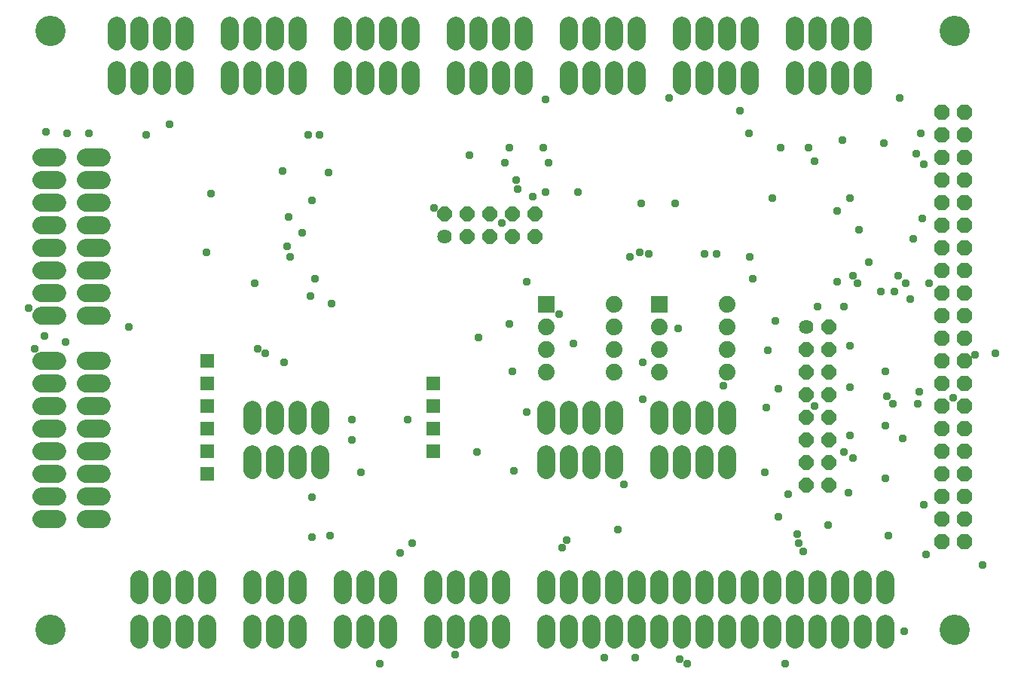
<source format=gbr>
G04 EAGLE Gerber RS-274X export*
G75*
%MOMM*%
%FSLAX34Y34*%
%LPD*%
%INSoldermask Bottom*%
%IPPOS*%
%AMOC8*
5,1,8,0,0,1.08239X$1,22.5*%
G01*
%ADD10C,3.403200*%
%ADD11C,2.003200*%
%ADD12C,1.625600*%
%ADD13P,1.759533X8X292.500000*%
%ADD14P,1.759533X8X22.500000*%
%ADD15R,1.879600X1.879600*%
%ADD16C,1.879600*%
%ADD17P,1.869504X8X112.500000*%
%ADD18R,1.611200X1.611200*%
%ADD19C,0.959600*%


D10*
X52550Y738650D03*
X1068550Y738650D03*
X1068550Y65550D03*
X52550Y65550D03*
D11*
X482600Y104900D02*
X482600Y122900D01*
X482600Y72900D02*
X482600Y54900D01*
X508000Y104900D02*
X508000Y122900D01*
X508000Y72900D02*
X508000Y54900D01*
X533400Y104900D02*
X533400Y122900D01*
X533400Y72900D02*
X533400Y54900D01*
X558800Y104900D02*
X558800Y122900D01*
X558800Y72900D02*
X558800Y54900D01*
D12*
X901700Y406400D03*
D13*
X927100Y406400D03*
X901700Y381000D03*
X927100Y381000D03*
X901700Y355600D03*
X927100Y355600D03*
X901700Y330200D03*
X927100Y330200D03*
X901700Y304800D03*
X927100Y304800D03*
X901700Y279400D03*
X927100Y279400D03*
X901700Y254000D03*
X927100Y254000D03*
X901700Y228600D03*
X927100Y228600D03*
D11*
X110200Y596900D02*
X92200Y596900D01*
X60200Y596900D02*
X42200Y596900D01*
X92200Y571500D02*
X110200Y571500D01*
X60200Y571500D02*
X42200Y571500D01*
X92200Y546100D02*
X110200Y546100D01*
X60200Y546100D02*
X42200Y546100D01*
X92200Y520700D02*
X110200Y520700D01*
X60200Y520700D02*
X42200Y520700D01*
X92200Y495300D02*
X110200Y495300D01*
X60200Y495300D02*
X42200Y495300D01*
X92200Y469900D02*
X110200Y469900D01*
X60200Y469900D02*
X42200Y469900D01*
X92200Y444500D02*
X110200Y444500D01*
X60200Y444500D02*
X42200Y444500D01*
X92200Y419100D02*
X110200Y419100D01*
X60200Y419100D02*
X42200Y419100D01*
X92200Y368300D02*
X110200Y368300D01*
X60200Y368300D02*
X42200Y368300D01*
X92200Y342900D02*
X110200Y342900D01*
X60200Y342900D02*
X42200Y342900D01*
X92200Y317500D02*
X110200Y317500D01*
X60200Y317500D02*
X42200Y317500D01*
X92200Y292100D02*
X110200Y292100D01*
X60200Y292100D02*
X42200Y292100D01*
X92200Y266700D02*
X110200Y266700D01*
X60200Y266700D02*
X42200Y266700D01*
X92200Y241300D02*
X110200Y241300D01*
X60200Y241300D02*
X42200Y241300D01*
X92200Y215900D02*
X110200Y215900D01*
X60200Y215900D02*
X42200Y215900D01*
X92200Y190500D02*
X110200Y190500D01*
X60200Y190500D02*
X42200Y190500D01*
X152400Y122900D02*
X152400Y104900D01*
X152400Y72900D02*
X152400Y54900D01*
X177800Y104900D02*
X177800Y122900D01*
X177800Y72900D02*
X177800Y54900D01*
X203200Y104900D02*
X203200Y122900D01*
X203200Y72900D02*
X203200Y54900D01*
X228600Y104900D02*
X228600Y122900D01*
X228600Y72900D02*
X228600Y54900D01*
X609600Y104900D02*
X609600Y122900D01*
X609600Y72900D02*
X609600Y54900D01*
X635000Y104900D02*
X635000Y122900D01*
X635000Y72900D02*
X635000Y54900D01*
X660400Y104900D02*
X660400Y122900D01*
X660400Y72900D02*
X660400Y54900D01*
X685800Y104900D02*
X685800Y122900D01*
X685800Y72900D02*
X685800Y54900D01*
X711200Y104900D02*
X711200Y122900D01*
X711200Y72900D02*
X711200Y54900D01*
X736600Y104900D02*
X736600Y122900D01*
X736600Y72900D02*
X736600Y54900D01*
X762000Y104900D02*
X762000Y122900D01*
X762000Y72900D02*
X762000Y54900D01*
X787400Y104900D02*
X787400Y122900D01*
X787400Y72900D02*
X787400Y54900D01*
X812800Y104900D02*
X812800Y122900D01*
X812800Y72900D02*
X812800Y54900D01*
X838200Y104900D02*
X838200Y122900D01*
X838200Y72900D02*
X838200Y54900D01*
X863600Y104900D02*
X863600Y122900D01*
X863600Y72900D02*
X863600Y54900D01*
X889000Y104900D02*
X889000Y122900D01*
X889000Y72900D02*
X889000Y54900D01*
X914400Y104900D02*
X914400Y122900D01*
X914400Y72900D02*
X914400Y54900D01*
X939800Y104900D02*
X939800Y122900D01*
X939800Y72900D02*
X939800Y54900D01*
X965200Y104900D02*
X965200Y122900D01*
X965200Y72900D02*
X965200Y54900D01*
X990600Y104900D02*
X990600Y122900D01*
X990600Y72900D02*
X990600Y54900D01*
D12*
X495300Y508000D03*
D14*
X495300Y533400D03*
X520700Y508000D03*
X520700Y533400D03*
X546100Y508000D03*
X546100Y533400D03*
X571500Y508000D03*
X571500Y533400D03*
X596900Y508000D03*
X596900Y533400D03*
D15*
X609600Y431800D03*
D16*
X609600Y406400D03*
X609600Y381000D03*
X609600Y355600D03*
X685800Y355600D03*
X685800Y381000D03*
X685800Y406400D03*
X685800Y431800D03*
D15*
X736600Y431800D03*
D16*
X736600Y406400D03*
X736600Y381000D03*
X736600Y355600D03*
X812800Y355600D03*
X812800Y381000D03*
X812800Y406400D03*
X812800Y431800D03*
D17*
X1079500Y165100D03*
X1054100Y165100D03*
X1079500Y190500D03*
X1054100Y190500D03*
X1079500Y215900D03*
X1054100Y215900D03*
X1079500Y241300D03*
X1054100Y241300D03*
X1079500Y266700D03*
X1054100Y266700D03*
X1079500Y292100D03*
X1054100Y292100D03*
X1079500Y317500D03*
X1054100Y317500D03*
X1079500Y342900D03*
X1054100Y342900D03*
X1079500Y368300D03*
X1054100Y368300D03*
X1079500Y393700D03*
X1054100Y393700D03*
X1079500Y419100D03*
X1054100Y419100D03*
X1079500Y444500D03*
X1054100Y444500D03*
X1079500Y469900D03*
X1054100Y469900D03*
X1079500Y495300D03*
X1054100Y495300D03*
X1079500Y520700D03*
X1054100Y520700D03*
X1079500Y546100D03*
X1054100Y546100D03*
X1079500Y571500D03*
X1054100Y571500D03*
X1079500Y596900D03*
X1054100Y596900D03*
X1079500Y622300D03*
X1054100Y622300D03*
X1079500Y647700D03*
X1054100Y647700D03*
D11*
X609600Y313400D02*
X609600Y295400D01*
X609600Y263400D02*
X609600Y245400D01*
X635000Y295400D02*
X635000Y313400D01*
X635000Y263400D02*
X635000Y245400D01*
X660400Y295400D02*
X660400Y313400D01*
X660400Y263400D02*
X660400Y245400D01*
X685800Y295400D02*
X685800Y313400D01*
X685800Y263400D02*
X685800Y245400D01*
X736600Y295400D02*
X736600Y313400D01*
X736600Y263400D02*
X736600Y245400D01*
X762000Y295400D02*
X762000Y313400D01*
X762000Y263400D02*
X762000Y245400D01*
X787400Y295400D02*
X787400Y313400D01*
X787400Y263400D02*
X787400Y245400D01*
X812800Y295400D02*
X812800Y313400D01*
X812800Y263400D02*
X812800Y245400D01*
X279400Y122900D02*
X279400Y104900D01*
X279400Y72900D02*
X279400Y54900D01*
X304800Y104900D02*
X304800Y122900D01*
X304800Y72900D02*
X304800Y54900D01*
X330200Y104900D02*
X330200Y122900D01*
X330200Y72900D02*
X330200Y54900D01*
X965200Y677200D02*
X965200Y695200D01*
X965200Y727200D02*
X965200Y745200D01*
X939800Y695200D02*
X939800Y677200D01*
X939800Y727200D02*
X939800Y745200D01*
X914400Y695200D02*
X914400Y677200D01*
X914400Y727200D02*
X914400Y745200D01*
X889000Y695200D02*
X889000Y677200D01*
X889000Y727200D02*
X889000Y745200D01*
X838200Y695200D02*
X838200Y677200D01*
X838200Y727200D02*
X838200Y745200D01*
X812800Y695200D02*
X812800Y677200D01*
X812800Y727200D02*
X812800Y745200D01*
X787400Y695200D02*
X787400Y677200D01*
X787400Y727200D02*
X787400Y745200D01*
X762000Y695200D02*
X762000Y677200D01*
X762000Y727200D02*
X762000Y745200D01*
X711200Y695200D02*
X711200Y677200D01*
X711200Y727200D02*
X711200Y745200D01*
X685800Y695200D02*
X685800Y677200D01*
X685800Y727200D02*
X685800Y745200D01*
X660400Y695200D02*
X660400Y677200D01*
X660400Y727200D02*
X660400Y745200D01*
X635000Y695200D02*
X635000Y677200D01*
X635000Y727200D02*
X635000Y745200D01*
X584200Y695200D02*
X584200Y677200D01*
X584200Y727200D02*
X584200Y745200D01*
X558800Y695200D02*
X558800Y677200D01*
X558800Y727200D02*
X558800Y745200D01*
X533400Y695200D02*
X533400Y677200D01*
X533400Y727200D02*
X533400Y745200D01*
X508000Y695200D02*
X508000Y677200D01*
X508000Y727200D02*
X508000Y745200D01*
X457200Y695200D02*
X457200Y677200D01*
X457200Y727200D02*
X457200Y745200D01*
X431800Y695200D02*
X431800Y677200D01*
X431800Y727200D02*
X431800Y745200D01*
X406400Y695200D02*
X406400Y677200D01*
X406400Y727200D02*
X406400Y745200D01*
X381000Y695200D02*
X381000Y677200D01*
X381000Y727200D02*
X381000Y745200D01*
X330200Y695200D02*
X330200Y677200D01*
X330200Y727200D02*
X330200Y745200D01*
X304800Y695200D02*
X304800Y677200D01*
X304800Y727200D02*
X304800Y745200D01*
X279400Y695200D02*
X279400Y677200D01*
X279400Y727200D02*
X279400Y745200D01*
X254000Y695200D02*
X254000Y677200D01*
X254000Y727200D02*
X254000Y745200D01*
X203200Y695200D02*
X203200Y677200D01*
X203200Y727200D02*
X203200Y745200D01*
X177800Y695200D02*
X177800Y677200D01*
X177800Y727200D02*
X177800Y745200D01*
X152400Y695200D02*
X152400Y677200D01*
X152400Y727200D02*
X152400Y745200D01*
X127000Y695200D02*
X127000Y677200D01*
X127000Y727200D02*
X127000Y745200D01*
X381000Y122900D02*
X381000Y104900D01*
X381000Y72900D02*
X381000Y54900D01*
X406400Y104900D02*
X406400Y122900D01*
X406400Y72900D02*
X406400Y54900D01*
X431800Y104900D02*
X431800Y122900D01*
X431800Y72900D02*
X431800Y54900D01*
X279400Y295400D02*
X279400Y313400D01*
X279400Y263400D02*
X279400Y245400D01*
X304800Y295400D02*
X304800Y313400D01*
X304800Y263400D02*
X304800Y245400D01*
X330200Y295400D02*
X330200Y313400D01*
X330200Y263400D02*
X330200Y245400D01*
X355600Y295400D02*
X355600Y313400D01*
X355600Y263400D02*
X355600Y245400D01*
D18*
X228600Y368300D03*
X228600Y342900D03*
X228600Y317500D03*
X228600Y292100D03*
X228600Y266700D03*
X228600Y241300D03*
X482600Y266700D03*
X482600Y292100D03*
X482600Y317500D03*
X482600Y342900D03*
D19*
X856869Y315341D03*
X533273Y394589D03*
X346710Y170053D03*
X346710Y214630D03*
X571246Y356616D03*
X808990Y340106D03*
X990600Y356616D03*
X1026922Y320294D03*
X972439Y478790D03*
X960882Y515112D03*
X364871Y579501D03*
X985647Y445770D03*
X335153Y511810D03*
X282321Y455676D03*
X95758Y624078D03*
X318643Y496951D03*
X800735Y488696D03*
X863473Y551434D03*
X445770Y151892D03*
X898144Y153543D03*
X870077Y336804D03*
X870077Y193167D03*
X926211Y183261D03*
X703326Y485394D03*
X911352Y592709D03*
X714883Y490347D03*
X873379Y607568D03*
X724789Y488696D03*
X904748Y607568D03*
X321945Y485394D03*
X577850Y561340D03*
X315341Y366522D03*
X594360Y553085D03*
X293878Y376428D03*
X34671Y381381D03*
X587756Y457327D03*
X567944Y409448D03*
X345059Y440817D03*
X285623Y381381D03*
X645541Y558038D03*
X609219Y558038D03*
X567944Y607568D03*
X605917Y607568D03*
X612521Y591058D03*
X562991Y591058D03*
X747903Y663702D03*
X609219Y662051D03*
X787527Y488696D03*
X837057Y624078D03*
X827151Y648843D03*
X523367Y599313D03*
X838708Y485394D03*
X624078Y421005D03*
X990600Y236093D03*
X858520Y379730D03*
X842010Y460629D03*
X757809Y404495D03*
X1033526Y206375D03*
X350012Y460629D03*
X368173Y432562D03*
X572897Y244348D03*
X878332Y28067D03*
X767715Y28067D03*
X313690Y581152D03*
X354965Y622427D03*
X232791Y556387D03*
X160147Y622427D03*
X186563Y633984D03*
X341757Y622427D03*
X140335Y406146D03*
X69342Y389636D03*
X46228Y396240D03*
X28067Y427609D03*
X227838Y490347D03*
X70993Y624078D03*
X936117Y457327D03*
X936117Y536575D03*
X483743Y539877D03*
X1028573Y333502D03*
X998855Y320294D03*
X944372Y265811D03*
X855218Y242697D03*
X690118Y178308D03*
X458978Y163449D03*
X893191Y163449D03*
X949325Y219583D03*
X954278Y259207D03*
X990600Y295529D03*
X1031875Y528320D03*
X1025271Y600964D03*
X47879Y625729D03*
X988949Y612521D03*
X1000506Y445770D03*
X950976Y283972D03*
X950976Y338455D03*
X950976Y384683D03*
X944372Y429260D03*
X954278Y463931D03*
X1005459Y463931D03*
X1021969Y505206D03*
X1066546Y326898D03*
X992251Y328549D03*
X1010412Y280670D03*
X1114425Y376428D03*
X1018667Y437515D03*
X950976Y551434D03*
X942721Y615823D03*
X754507Y544830D03*
X716534Y544830D03*
X366522Y171704D03*
X718185Y366522D03*
X718185Y325247D03*
X1091311Y374777D03*
X1012063Y64389D03*
X576199Y571246D03*
X559689Y523367D03*
X1033526Y589407D03*
X1007110Y663702D03*
X346710Y548132D03*
X320294Y529971D03*
X422656Y28067D03*
X675259Y34671D03*
X709930Y34671D03*
X1040130Y455676D03*
X1013714Y455676D03*
X959231Y455676D03*
X911352Y316992D03*
X881634Y217932D03*
X891540Y173355D03*
X640588Y387985D03*
X587756Y310388D03*
X759460Y33020D03*
X1030224Y624078D03*
X1099566Y138684D03*
X391287Y302133D03*
X391287Y279019D03*
X632333Y166751D03*
X454025Y302133D03*
X401193Y242697D03*
X627380Y158496D03*
X1036828Y150241D03*
X993902Y171704D03*
X531622Y265811D03*
X506857Y37973D03*
X914654Y429260D03*
X866775Y412750D03*
X696722Y229489D03*
M02*

</source>
